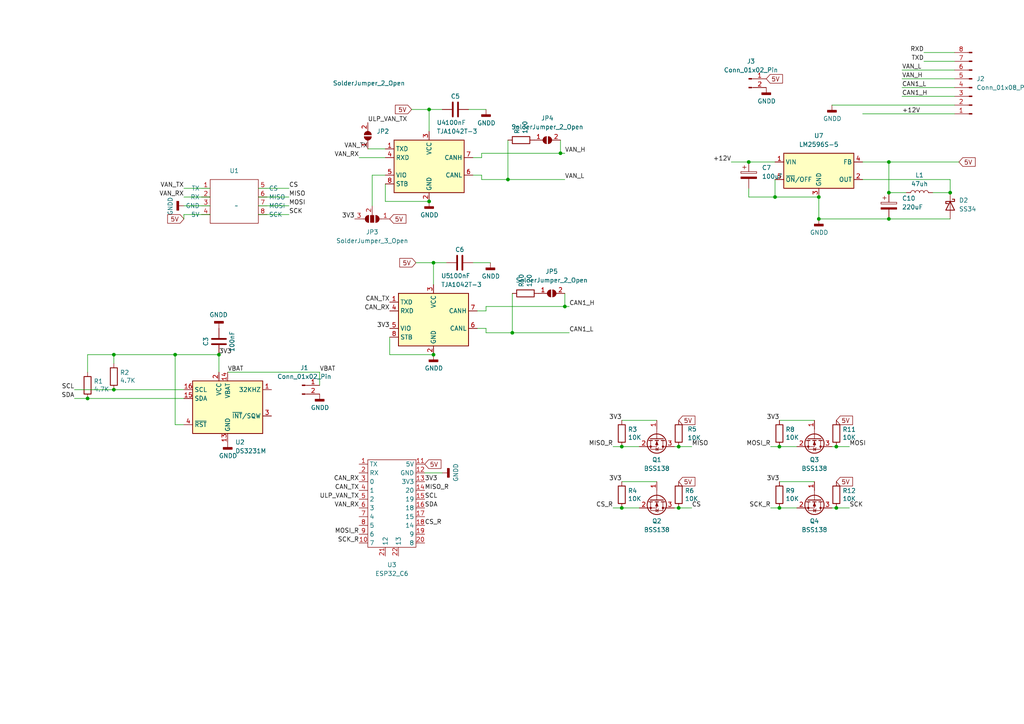
<source format=kicad_sch>
(kicad_sch (version 20230121) (generator eeschema)
  (paper "A4")
  (title_block (title "PSA VAN-CAN Bridge") (rev "1.6") (comment 1 "https://oshwlab.com/robertferanec/esp32-tutorial") (comment 2 "https://www.instructables.com/DIY-ESP32-Development-Board-ESPer/") (comment 3 "https://randomnerdtutorials.com/esp32-pinout-reference-gpios/"))
  (lib_symbols
    (symbol "Connector:Conn_01x02_Pin" (pin_names (offset 1.016) hide)
      (property "Reference" "J" (at 0 2.54 0))
      (property "Value" "Conn_01x02_Pin" (at 0 -5.08 0))
      (symbol "Conn_01x02_Pin_1_1"
        (polyline (pts (xy 1.27 -2.54) (xy 0.8636 -2.54)) (stroke (width 0.1524)))
        (polyline (pts (xy 1.27 0) (xy 0.8636 0)) (stroke (width 0.1524)))
        (rectangle (start 0.8636 -2.413) (end 0 -2.667) (stroke (width 0.1524)) (fill (type outline)))
        (rectangle (start 0.8636 0.127) (end 0 -0.127) (stroke (width 0.1524)) (fill (type outline)))
        (pin passive line (at 5.08 0 180) (length 3.81) (name "Pin_1") (number "1"))
        (pin passive line (at 5.08 -2.54 180) (length 3.81) (name "Pin_2") (number "2"))
      )
    )
    (symbol "Connector:Conn_01x08_Pin" (pin_names (offset 1.016) hide)
      (property "Reference" "J" (at 0 10.16 0))
      (property "Value" "Conn_01x08_Pin" (at 0 -12.7 0))
      (symbol "Conn_01x08_Pin_1_1"
        (polyline (pts (xy 1.27 -10.16) (xy 0.8636 -10.16)) (stroke (width 0.1524)))
        (polyline (pts (xy 1.27 -7.62) (xy 0.8636 -7.62)) (stroke (width 0.1524)))
        (polyline (pts (xy 1.27 -5.08) (xy 0.8636 -5.08)) (stroke (width 0.1524)))
        (polyline (pts (xy 1.27 -2.54) (xy 0.8636 -2.54)) (stroke (width 0.1524)))
        (polyline (pts (xy 1.27 0) (xy 0.8636 0)) (stroke (width 0.1524)))
        (polyline (pts (xy 1.27 2.54) (xy 0.8636 2.54)) (stroke (width 0.1524)))
        (polyline (pts (xy 1.27 5.08) (xy 0.8636 5.08)) (stroke (width 0.1524)))
        (polyline (pts (xy 1.27 7.62) (xy 0.8636 7.62)) (stroke (width 0.1524)))
        (rectangle (start 0.8636 -10.033) (end 0 -10.287) (stroke (width 0.1524)) (fill (type outline)))
        (rectangle (start 0.8636 -7.493) (end 0 -7.747) (stroke (width 0.1524)) (fill (type outline)))
        (rectangle (start 0.8636 -4.953) (end 0 -5.207) (stroke (width 0.1524)) (fill (type outline)))
        (rectangle (start 0.8636 -2.413) (end 0 -2.667) (stroke (width 0.1524)) (fill (type outline)))
        (rectangle (start 0.8636 0.127) (end 0 -0.127) (stroke (width 0.1524)) (fill (type outline)))
        (rectangle (start 0.8636 2.667) (end 0 2.413) (stroke (width 0.1524)) (fill (type outline)))
        (rectangle (start 0.8636 5.207) (end 0 4.953) (stroke (width 0.1524)) (fill (type outline)))
        (rectangle (start 0.8636 7.747) (end 0 7.493) (stroke (width 0.1524)) (fill (type outline)))
        (pin passive line (at 5.08 7.62 180) (length 3.81) (name "Pin_1") (number "1"))
        (pin passive line (at 5.08 5.08 180) (length 3.81) (name "Pin_2") (number "2"))
        (pin passive line (at 5.08 2.54 180) (length 3.81) (name "Pin_3") (number "3"))
        (pin passive line (at 5.08 0 180) (length 3.81) (name "Pin_4") (number "4"))
        (pin passive line (at 5.08 -2.54 180) (length 3.81) (name "Pin_5") (number "5"))
        (pin passive line (at 5.08 -5.08 180) (length 3.81) (name "Pin_6") (number "6"))
        (pin passive line (at 5.08 -7.62 180) (length 3.81) (name "Pin_7") (number "7"))
        (pin passive line (at 5.08 -10.16 180) (length 3.81) (name "Pin_8") (number "8"))
      )
    )
    (symbol "Device:C" (pin_numbers hide) (pin_names (offset 0.254))
      (property "Reference" "C" (at 0.635 2.54 0))
      (property "Value" "C" (at 0.635 -2.54 0))
      (symbol "C_0_1"
        (polyline (pts (xy -2.032 -0.762) (xy 2.032 -0.762)) (stroke (width 0.508)))
        (polyline (pts (xy -2.032 0.762) (xy 2.032 0.762)) (stroke (width 0.508)))
      )
      (symbol "C_1_1"
        (pin passive line (at 0 3.81 270) (length 2.794) (name "~") (number "1"))
        (pin passive line (at 0 -3.81 90) (length 2.794) (name "~") (number "2"))
      )
    )
    (symbol "Device:C_Polarized" (pin_numbers hide) (pin_names (offset 0.254))
      (property "Reference" "C" (at 0.635 2.54 0))
      (property "Value" "C_Polarized" (at 0.635 -2.54 0))
      (symbol "C_Polarized_0_1"
        (rectangle (start -2.286 0.508) (end 2.286 1.016))
        (polyline (pts (xy -1.778 2.286) (xy -0.762 2.286)))
        (polyline (pts (xy -1.27 2.794) (xy -1.27 1.778)))
        (rectangle (start 2.286 -0.508) (end -2.286 -1.016) (fill (type outline)))
      )
      (symbol "C_Polarized_1_1"
        (pin passive line (at 0 3.81 270) (length 2.794) (name "~") (number "1"))
        (pin passive line (at 0 -3.81 90) (length 2.794) (name "~") (number "2"))
      )
    )
    (symbol "Device:L" (pin_numbers hide) (pin_names (offset 1.016) hide)
      (property "Reference" "L" (at -1.27 0 90))
      (property "Value" "L" (at 1.905 0 90))
      (symbol "L_0_1"
        (arc (start 0 -2.54) (mid 0.6323 -1.905) (end 0 -1.27))
        (arc (start 0 -1.27) (mid 0.6323 -0.635) (end 0 0))
        (arc (start 0 0) (mid 0.6323 0.635) (end 0 1.27))
        (arc (start 0 1.27) (mid 0.6323 1.905) (end 0 2.54))
      )
      (symbol "L_1_1"
        (pin passive line (at 0 3.81 270) (length 1.27) (name "1") (number "1"))
        (pin passive line (at 0 -3.81 90) (length 1.27) (name "2") (number "2"))
      )
    )
    (symbol "Device:R" (pin_numbers hide) (pin_names (offset 0))
      (property "Reference" "R" (at 2.032 0 90))
      (property "Value" "R" (at 0 0 90))
      (symbol "R_0_1"
        (rectangle (start -1.016 -2.54) (end 1.016 2.54) (stroke (width 0.254)))
      )
      (symbol "R_1_1"
        (pin passive line (at 0 3.81 270) (length 1.27) (name "~") (number "1"))
        (pin passive line (at 0 -3.81 90) (length 1.27) (name "~") (number "2"))
      )
    )
    (symbol "Diode:B140-E3" (pin_numbers hide) (pin_names hide)
      (property "Reference" "D" (at 0 2.54 0))
      (property "Value" "B140-E3" (at 0 -2.54 0))
      (symbol "B140-E3_0_1"
        (polyline (pts (xy 1.27 0) (xy -1.27 0)))
        (polyline (pts (xy 1.27 1.27) (xy 1.27 -1.27) (xy -1.27 0) (xy 1.27 1.27)) (stroke (width 0.254)))
        (polyline (pts (xy -1.905 0.635) (xy -1.905 1.27) (xy -1.27 1.27) (xy -1.27 -1.27) (xy -0.635 -1.27) (xy -0.635 -0.635)) (stroke (width 0.254)))
      )
      (symbol "B140-E3_1_1"
        (pin passive line (at -3.81 0 0) (length 2.54) (name "K") (number "1"))
        (pin passive line (at 3.81 0 180) (length 2.54) (name "A") (number "2"))
      )
    )
    (symbol "ESP32_c6_supermini_shield:ESP32_C6"
      (property "Reference" "U" (at 0 0 0))
      (property "Value" "ESP32_C6" (at 0 0 0))
      (symbol "ESP32_C6_0_1"
        (rectangle (start -6.35 8.89) (end 7.62 -16.51))
      )
      (symbol "ESP32_C6_1_1"
        (pin input line (at -8.89 7.62 0) (length 2.54) (name "TX") (number "1"))
        (pin input line (at -8.89 -15.24 0) (length 2.54) (name "7") (number "10"))
        (pin input line (at 10.16 7.62 180) (length 2.54) (name "5V") (number "11"))
        (pin input line (at 10.16 5.08 180) (length 2.54) (name "GND") (number "12"))
        (pin input line (at 10.16 2.54 180) (length 2.54) (name "3V3") (number "13"))
        (pin input line (at 10.16 0 180) (length 2.54) (name "20") (number "14"))
        (pin input line (at 10.16 -2.54 180) (length 2.54) (name "19") (number "15"))
        (pin input line (at 10.16 -5.08 180) (length 2.54) (name "18") (number "16"))
        (pin input line (at 10.16 -7.62 180) (length 2.54) (name "15") (number "17"))
        (pin input line (at 10.16 -10.16 180) (length 2.54) (name "14") (number "18"))
        (pin input line (at 10.16 -12.7 180) (length 2.54) (name "9") (number "19"))
        (pin input line (at -8.89 5.08 0) (length 2.54) (name "RX") (number "2"))
        (pin input line (at 10.16 -15.24 180) (length 2.54) (name "8") (number "20"))
        (pin input line (at -1.27 -19.05 90) (length 2.54) (name "12") (number "21"))
        (pin input line (at 2.54 -19.05 90) (length 2.54) (name "13") (number "22"))
        (pin input line (at -8.89 2.54 0) (length 2.54) (name "0") (number "3"))
        (pin input line (at -8.89 0 0) (length 2.54) (name "1") (number "4"))
        (pin input line (at -8.89 -2.54 0) (length 2.54) (name "2") (number "5"))
        (pin input line (at -8.89 -5.08 0) (length 2.54) (name "3") (number "6"))
        (pin input line (at -8.89 -7.62 0) (length 2.54) (name "4") (number "7"))
        (pin input line (at -8.89 -10.16 0) (length 2.54) (name "5") (number "8"))
        (pin input line (at -8.89 -12.7 0) (length 2.54) (name "6") (number "9"))
      )
    )
    (symbol "Interface_CAN_LIN:TJA1042T-3"
      (property "Reference" "U" (at -10.16 8.89 0))
      (property "Value" "TJA1042T-3" (at 1.27 8.89 0))
      (symbol "TJA1042T-3_0_1"
        (rectangle (start -10.16 7.62) (end 10.16 -7.62) (stroke (width 0.254)) (fill (type background)))
      )
      (symbol "TJA1042T-3_1_1"
        (pin input line (at -12.7 5.08 0) (length 2.54) (name "TXD") (number "1"))
        (pin power_in line (at 0 -10.16 90) (length 2.54) (name "GND") (number "2"))
        (pin power_in line (at 0 10.16 270) (length 2.54) (name "VCC") (number "3"))
        (pin output line (at -12.7 2.54 0) (length 2.54) (name "RXD") (number "4"))
        (pin power_in line (at -12.7 -2.54 0) (length 2.54) (name "VIO") (number "5"))
        (pin bidirectional line (at 12.7 -2.54 180) (length 2.54) (name "CANL") (number "6"))
        (pin bidirectional line (at 12.7 2.54 180) (length 2.54) (name "CANH") (number "7"))
        (pin input line (at -12.7 -5.08 0) (length 2.54) (name "STB") (number "8"))
      )
    )
    (symbol "Jumper:SolderJumper_2_Open" (pin_names (offset 0) hide)
      (property "Reference" "JP" (at 0 2.032 0))
      (property "Value" "SolderJumper_2_Open" (at 0 -2.54 0))
      (symbol "SolderJumper_2_Open_0_1"
        (arc (start -0.254 1.016) (mid -1.2656 0) (end -0.254 -1.016))
        (arc (start -0.254 1.016) (mid -1.2656 0) (end -0.254 -1.016) (fill (type outline)))
        (polyline (pts (xy -0.254 1.016) (xy -0.254 -1.016)))
        (polyline (pts (xy 0.254 1.016) (xy 0.254 -1.016)))
        (arc (start 0.254 -1.016) (mid 1.2656 0) (end 0.254 1.016))
        (arc (start 0.254 -1.016) (mid 1.2656 0) (end 0.254 1.016) (fill (type outline)))
      )
      (symbol "SolderJumper_2_Open_1_1"
        (pin passive line (at -3.81 0 0) (length 2.54) (name "A") (number "1"))
        (pin passive line (at 3.81 0 180) (length 2.54) (name "B") (number "2"))
      )
    )
    (symbol "Jumper:SolderJumper_3_Open" (pin_names (offset 0) hide)
      (property "Reference" "JP" (at -2.54 -2.54 0))
      (property "Value" "SolderJumper_3_Open" (at 0 2.794 0))
      (symbol "SolderJumper_3_Open_0_1"
        (arc (start -1.016 1.016) (mid -2.0276 0) (end -1.016 -1.016))
        (arc (start -1.016 1.016) (mid -2.0276 0) (end -1.016 -1.016) (fill (type outline)))
        (rectangle (start -0.508 1.016) (end 0.508 -1.016) (fill (type outline)))
        (polyline (pts (xy -2.54 0) (xy -2.032 0)))
        (polyline (pts (xy -1.016 1.016) (xy -1.016 -1.016)))
        (polyline (pts (xy 0 -1.27) (xy 0 -1.016)))
        (polyline (pts (xy 1.016 1.016) (xy 1.016 -1.016)))
        (polyline (pts (xy 2.54 0) (xy 2.032 0)))
        (arc (start 1.016 -1.016) (mid 2.0276 0) (end 1.016 1.016))
        (arc (start 1.016 -1.016) (mid 2.0276 0) (end 1.016 1.016) (fill (type outline)))
      )
      (symbol "SolderJumper_3_Open_1_1"
        (pin passive line (at -5.08 0 0) (length 2.54) (name "A") (number "1"))
        (pin passive line (at 0 -3.81 90) (length 2.54) (name "C") (number "2"))
        (pin passive line (at 5.08 0 180) (length 2.54) (name "B") (number "3"))
      )
    )
    (symbol "PSAVanCanBridgeHW_v16-rescue:SPI_shield"
      (property "Reference" "U" (at 0 0 0))
      (symbol "SPI_shield_0_1"
        (rectangle (start -7.62 7.62) (end 6.35 -5.08))
      )
      (symbol "SPI_shield_1_1"
        (pin input line (at -7.62 5.08 180) (length 2.54) (name "TX") (number "1"))
        (pin input line (at -7.62 2.54 180) (length 2.54) (name "RX") (number "2"))
        (pin input line (at -7.62 0 180) (length 2.54) (name "GND") (number "3"))
        (pin input line (at -7.62 -2.54 180) (length 2.54) (name "5V") (number "4"))
        (pin input line (at 6.35 5.08 0) (length 2.54) (name "CS") (number "5"))
        (pin input line (at 6.35 2.54 0) (length 2.54) (name "MISO") (number "6"))
        (pin input line (at 6.35 0 0) (length 2.54) (name "MOSI") (number "7"))
        (pin input line (at 6.35 -2.54 0) (length 2.54) (name "SCK") (number "8"))
      )
    )
    (symbol "Regulator_Switching:LM2596S-5"
      (property "Reference" "U" (at -10.16 6.35 0))
      (property "Value" "LM2596S-5" (at 0 6.35 0))
      (symbol "LM2596S-5_0_1"
        (rectangle (start -10.16 5.08) (end 10.16 -5.08) (stroke (width 0.254)) (fill (type background)))
      )
      (symbol "LM2596S-5_1_1"
        (pin power_in line (at -12.7 2.54 0) (length 2.54) (name "VIN") (number "1"))
        (pin output line (at 12.7 -2.54 180) (length 2.54) (name "OUT") (number "2"))
        (pin power_in line (at 0 -7.62 90) (length 2.54) (name "GND") (number "3"))
        (pin input line (at 12.7 2.54 180) (length 2.54) (name "FB") (number "4"))
        (pin input line (at -12.7 -2.54 0) (length 2.54) (name "~{ON}/OFF") (number "5"))
      )
    )
    (symbol "Timer_RTC:DS3231M"
      (property "Reference" "U" (at -7.62 8.89 0))
      (property "Value" "DS3231M" (at 10.16 8.89 0))
      (symbol "DS3231M_0_1"
        (rectangle (start -10.16 7.62) (end 10.16 -7.62) (stroke (width 0.254)) (fill (type background)))
      )
      (symbol "DS3231M_1_1"
        (pin open_collector line (at 12.7 5.08 180) (length 2.54) (name "32KHZ") (number "1"))
        (pin passive line (at 0 -10.16 90) (length 2.54) hide (name "GND") (number "10"))
        (pin passive line (at 0 -10.16 90) (length 2.54) hide (name "GND") (number "11"))
        (pin passive line (at 0 -10.16 90) (length 2.54) hide (name "GND") (number "12"))
        (pin power_in line (at 0 -10.16 90) (length 2.54) (name "GND") (number "13"))
        (pin power_in line (at 0 10.16 270) (length 2.54) (name "VBAT") (number "14"))
        (pin bidirectional line (at -12.7 2.54 0) (length 2.54) (name "SDA") (number "15"))
        (pin input line (at -12.7 5.08 0) (length 2.54) (name "SCL") (number "16"))
        (pin power_in line (at -2.54 10.16 270) (length 2.54) (name "VCC") (number "2"))
        (pin open_collector line (at 12.7 -2.54 180) (length 2.54) (name "~{INT}/SQW") (number "3"))
        (pin bidirectional line (at -12.7 -5.08 0) (length 2.54) (name "~{RST}") (number "4"))
        (pin passive line (at 0 -10.16 90) (length 2.54) hide (name "GND") (number "5"))
        (pin passive line (at 0 -10.16 90) (length 2.54) hide (name "GND") (number "6"))
        (pin passive line (at 0 -10.16 90) (length 2.54) hide (name "GND") (number "7"))
        (pin passive line (at 0 -10.16 90) (length 2.54) hide (name "GND") (number "8"))
        (pin passive line (at 0 -10.16 90) (length 2.54) hide (name "GND") (number "9"))
      )
    )
    (symbol "Transistor_FET:BSS138" (pin_names hide)
      (property "Reference" "Q" (at 5.08 1.905 0))
      (property "Value" "BSS138" (at 5.08 0 0))
      (symbol "BSS138_0_1"
        (polyline (pts (xy 0.254 0) (xy -2.54 0)))
        (polyline (pts (xy 0.254 1.905) (xy 0.254 -1.905)) (stroke (width 0.254)))
        (polyline (pts (xy 0.762 -1.27) (xy 0.762 -2.286)) (stroke (width 0.254)))
        (polyline (pts (xy 0.762 0.508) (xy 0.762 -0.508)) (stroke (width 0.254)))
        (polyline (pts (xy 0.762 2.286) (xy 0.762 1.27)) (stroke (width 0.254)))
        (polyline (pts (xy 2.54 2.54) (xy 2.54 1.778)))
        (polyline (pts (xy 2.54 -2.54) (xy 2.54 0) (xy 0.762 0)))
        (polyline (pts (xy 0.762 -1.778) (xy 3.302 -1.778) (xy 3.302 1.778) (xy 0.762 1.778)))
        (polyline (pts (xy 1.016 0) (xy 2.032 0.381) (xy 2.032 -0.381) (xy 1.016 0)) (fill (type outline)))
        (polyline (pts (xy 2.794 0.508) (xy 2.921 0.381) (xy 3.683 0.381) (xy 3.81 0.254)))
        (polyline (pts (xy 3.302 0.381) (xy 2.921 -0.254) (xy 3.683 -0.254) (xy 3.302 0.381)))
        (circle (center 1.651 0) (radius 2.794) (stroke (width 0.254)))
        (circle (center 2.54 -1.778) (radius 0.254) (fill (type outline)))
        (circle (center 2.54 1.778) (radius 0.254) (fill (type outline)))
      )
      (symbol "BSS138_1_1"
        (pin input line (at -5.08 0 0) (length 2.54) (name "G") (number "1"))
        (pin passive line (at 2.54 -5.08 90) (length 2.54) (name "S") (number "2"))
        (pin passive line (at 2.54 5.08 270) (length 2.54) (name "D") (number "3"))
      )
    )
    (symbol "power:GNDD" (power) (pin_names (offset 0))
      (property "Value" "GNDD" (at 0 -3.175 0))
      (symbol "GNDD_0_1"
        (rectangle (start -1.27 -1.524) (end 1.27 -2.032) (stroke (width 0.254)) (fill (type outline)))
        (polyline (pts (xy 0 0) (xy 0 -1.524)))
      )
      (symbol "GNDD_1_1"
        (pin power_in line (at 0 0 270) (length 0) hide (name "GNDD") (number "1"))
      )
    )
  )
  (junction (at 237.49 63.5))
  (junction (at 226.06 147.32))
  (junction (at 124.46 31.75))
  (junction (at 242.57 147.32))
  (junction (at 257.81 63.5))
  (junction (at 162.56 44.45))
  (junction (at 242.57 129.54))
  (junction (at 125.73 76.2))
  (junction (at 196.85 147.32))
  (junction (at 217.17 46.99))
  (junction (at 148.59 96.52))
  (junction (at 125.73 102.87))
  (junction (at 124.46 58.42))
  (junction (at 50.8 102.87))
  (junction (at 147.32 52.07))
  (junction (at 196.85 129.54))
  (junction (at 257.81 46.99))
  (junction (at 275.59 55.88))
  (junction (at 180.34 147.32))
  (junction (at 226.06 129.54))
  (junction (at 63.5 102.87))
  (junction (at 33.02 102.87))
  (junction (at 224.79 57.15))
  (junction (at 237.49 57.15))
  (junction (at 180.34 129.54))
  (junction (at 33.02 113.03))
  (junction (at 163.83 88.9))
  (junction (at 25.4 115.57))
  (junction (at 257.81 55.88))
  (wire (pts (xy 25.4 102.87) (xy 33.02 102.87)))
  (wire (pts (xy 120.65 76.2) (xy 125.73 76.2)))
  (wire (pts (xy 212.09 46.99) (xy 217.17 46.99)))
  (wire (pts (xy 60.96 62.23) (xy 53.34 62.23)))
  (wire (pts (xy 148.59 85.09) (xy 148.59 96.52)))
  (wire (pts (xy 25.4 107.95) (xy 25.4 102.87)))
  (wire (pts (xy 74.93 59.69) (xy 83.82 59.69)))
  (wire (pts (xy 224.79 52.07) (xy 224.79 57.15)))
  (wire (pts (xy 53.34 123.19) (xy 50.8 123.19)))
  (wire (pts (xy 196.85 129.54) (xy 200.66 129.54)))
  (wire (pts (xy 163.83 85.09) (xy 163.83 88.9)))
  (wire (pts (xy 196.85 147.32) (xy 200.66 147.32)))
  (wire (pts (xy 250.19 52.07) (xy 275.59 52.07)))
  (wire (pts (xy 195.58 129.54) (xy 196.85 129.54)))
  (wire (pts (xy 242.57 129.54) (xy 246.38 129.54)))
  (wire (pts (xy 139.7 50.8) (xy 139.7 52.07)))
  (wire (pts (xy 148.59 96.52) (xy 165.1 96.52)))
  (wire (pts (xy 223.52 147.32) (xy 226.06 147.32)))
  (wire (pts (xy 74.93 54.61) (xy 83.82 54.61)))
  (wire (pts (xy 92.71 111.76) (xy 92.71 107.95)))
  (wire (pts (xy 33.02 102.87) (xy 33.02 105.41)))
  (wire (pts (xy 226.06 121.92) (xy 236.22 121.92)))
  (wire (pts (xy 147.32 52.07) (xy 163.83 52.07)))
  (wire (pts (xy 21.59 115.57) (xy 25.4 115.57)))
  (wire (pts (xy 125.73 102.87) (xy 113.03 102.87)))
  (wire (pts (xy 50.8 123.19) (xy 50.8 102.87)))
  (wire (pts (xy 224.79 57.15) (xy 217.17 57.15)))
  (wire (pts (xy 226.06 139.7) (xy 236.22 139.7)))
  (wire (pts (xy 270.51 55.88) (xy 275.59 55.88)))
  (wire (pts (xy 261.62 27.94) (xy 276.86 27.94)))
  (wire (pts (xy 162.56 44.45) (xy 163.83 44.45)))
  (wire (pts (xy 124.46 31.75) (xy 124.46 38.1)))
  (wire (pts (xy 138.43 90.17) (xy 140.97 90.17)))
  (wire (pts (xy 106.68 43.18) (xy 111.76 43.18)))
  (wire (pts (xy 177.8 129.54) (xy 180.34 129.54)))
  (wire (pts (xy 163.83 88.9) (xy 165.1 88.9)))
  (wire (pts (xy 217.17 46.99) (xy 224.79 46.99)))
  (wire (pts (xy 137.16 76.2) (xy 142.24 76.2)))
  (wire (pts (xy 261.62 22.86) (xy 276.86 22.86)))
  (wire (pts (xy 267.97 17.78) (xy 276.86 17.78)))
  (wire (pts (xy 139.7 52.07) (xy 147.32 52.07)))
  (wire (pts (xy 139.7 44.45) (xy 162.56 44.45)))
  (wire (pts (xy 119.38 31.75) (xy 124.46 31.75)))
  (wire (pts (xy 241.3 129.54) (xy 242.57 129.54)))
  (wire (pts (xy 125.73 76.2) (xy 129.54 76.2)))
  (wire (pts (xy 267.97 15.24) (xy 276.86 15.24)))
  (wire (pts (xy 139.7 45.72) (xy 139.7 44.45)))
  (wire (pts (xy 257.81 55.88) (xy 262.89 55.88)))
  (wire (pts (xy 53.34 59.69) (xy 60.96 59.69)))
  (wire (pts (xy 250.19 46.99) (xy 257.81 46.99)))
  (wire (pts (xy 74.93 62.23) (xy 83.82 62.23)))
  (wire (pts (xy 177.8 147.32) (xy 180.34 147.32)))
  (wire (pts (xy 180.34 121.92) (xy 190.5 121.92)))
  (wire (pts (xy 162.56 40.64) (xy 162.56 44.45)))
  (wire (pts (xy 113.03 102.87) (xy 113.03 97.79)))
  (wire (pts (xy 124.46 58.42) (xy 111.76 58.42)))
  (wire (pts (xy 140.97 88.9) (xy 163.83 88.9)))
  (wire (pts (xy 180.34 139.7) (xy 190.5 139.7)))
  (wire (pts (xy 257.81 63.5) (xy 275.59 63.5)))
  (wire (pts (xy 137.16 45.72) (xy 139.7 45.72)))
  (wire (pts (xy 237.49 57.15) (xy 224.79 57.15)))
  (wire (pts (xy 217.17 57.15) (xy 217.17 54.61)))
  (wire (pts (xy 125.73 76.2) (xy 125.73 82.55)))
  (wire (pts (xy 140.97 90.17) (xy 140.97 88.9)))
  (wire (pts (xy 257.81 46.99) (xy 278.13 46.99)))
  (wire (pts (xy 21.59 113.03) (xy 33.02 113.03)))
  (wire (pts (xy 104.14 45.72) (xy 111.76 45.72)))
  (wire (pts (xy 223.52 129.54) (xy 226.06 129.54)))
  (wire (pts (xy 53.34 54.61) (xy 60.96 54.61)))
  (wire (pts (xy 261.62 25.4) (xy 276.86 25.4)))
  (wire (pts (xy 257.81 55.88) (xy 257.81 46.99)))
  (wire (pts (xy 147.32 40.64) (xy 147.32 52.07)))
  (wire (pts (xy 25.4 115.57) (xy 53.34 115.57)))
  (wire (pts (xy 63.5 102.87) (xy 63.5 107.95)))
  (wire (pts (xy 138.43 95.25) (xy 140.97 95.25)))
  (wire (pts (xy 242.57 147.32) (xy 246.38 147.32)))
  (wire (pts (xy 195.58 147.32) (xy 196.85 147.32)))
  (wire (pts (xy 33.02 113.03) (xy 53.34 113.03)))
  (wire (pts (xy 140.97 95.25) (xy 140.97 96.52)))
  (wire (pts (xy 237.49 63.5) (xy 257.81 63.5)))
  (wire (pts (xy 250.19 33.02) (xy 276.86 33.02)))
  (wire (pts (xy 50.8 102.87) (xy 63.5 102.87)))
  (wire (pts (xy 241.3 30.48) (xy 276.86 30.48)))
  (wire (pts (xy 53.34 62.23) (xy 53.34 63.5)))
  (wire (pts (xy 124.46 31.75) (xy 128.27 31.75)))
  (wire (pts (xy 111.76 58.42) (xy 111.76 53.34)))
  (wire (pts (xy 237.49 57.15) (xy 237.49 63.5)))
  (wire (pts (xy 275.59 52.07) (xy 275.59 55.88)))
  (wire (pts (xy 241.3 147.32) (xy 242.57 147.32)))
  (wire (pts (xy 140.97 96.52) (xy 148.59 96.52)))
  (wire (pts (xy 92.71 107.95) (xy 66.04 107.95)))
  (wire (pts (xy 107.95 50.8) (xy 111.76 50.8)))
  (wire (pts (xy 135.89 31.75) (xy 140.97 31.75)))
  (wire (pts (xy 261.62 20.32) (xy 276.86 20.32)))
  (wire (pts (xy 33.02 102.87) (xy 50.8 102.87)))
  (wire (pts (xy 231.14 129.54) (xy 226.06 129.54)))
  (wire (pts (xy 185.42 129.54) (xy 180.34 129.54)))
  (wire (pts (xy 137.16 50.8) (xy 139.7 50.8)))
  (wire (pts (xy 231.14 147.32) (xy 226.06 147.32)))
  (wire (pts (xy 123.19 137.16) (xy 128.27 137.16)))
  (wire (pts (xy 53.34 57.15) (xy 60.96 57.15)))
  (wire (pts (xy 185.42 147.32) (xy 180.34 147.32)))
  (wire (pts (xy 74.93 57.15) (xy 83.82 57.15)))
  (wire (pts (xy 107.95 59.69) (xy 107.95 50.8)))
  (label "MISO" (at 83.82 57.15 0))
  (label "MOSI" (at 83.82 59.69 0))
  (label "VAN_L" (at 163.83 52.07 0))
  (label "SCL" (at 21.59 113.03 180))
  (label "MISO_R" (at 177.8 129.54 180))
  (label "SDA" (at 21.59 115.57 180))
  (label "SCK_R" (at 104.14 157.48 180))
  (label "VAN_TX" (at 53.34 54.61 180))
  (label "VAN_H" (at 163.83 44.45 0))
  (label "VAN_H" (at 261.62 22.86 0))
  (label "VAN_L" (at 261.62 20.32 0))
  (label "3V3" (at 63.5 102.87 0))
  (label "MOSI_R" (at 223.52 129.54 180))
  (label "CAN1_L" (at 165.1 96.52 0))
  (label "+12V" (at 212.09 46.99 180))
  (label "MOSI" (at 246.38 129.54 0))
  (label "3V3" (at 102.87 63.5 180))
  (label "SDA" (at 123.19 147.32 0))
  (label "CAN1_L" (at 261.62 25.4 0))
  (label "VAN_TX" (at 106.68 43.18 180))
  (label "MISO_R" (at 123.19 142.24 0))
  (label "CAN_RX" (at 104.14 139.7 180))
  (label "VBAT" (at 66.04 107.95 0))
  (label "CS" (at 200.66 147.32 0))
  (label "MOSI_R" (at 104.14 154.94 180))
  (label "VAN_RX" (at 53.34 57.15 180))
  (label "CAN1_H" (at 261.62 27.94 0))
  (label "3V3" (at 226.06 121.92 180))
  (label "SCL" (at 123.19 144.78 0))
  (label "SCK_R" (at 223.52 147.32 180))
  (label "3V3" (at 113.03 95.25 180))
  (label "RXD" (at 267.97 15.24 180))
  (label "CS_R" (at 123.19 152.4 0))
  (label "ULP_VAN_TX" (at 104.14 144.78 180))
  (label "CS_R" (at 177.8 147.32 180))
  (label "VAN_RX" (at 104.14 147.32 180))
  (label "CS" (at 83.82 54.61 0))
  (label "MISO" (at 200.66 129.54 0))
  (label "CAN_TX" (at 104.14 142.24 180))
  (label "+12V" (at 261.62 33.02 0))
  (label "SCK" (at 246.38 147.32 0))
  (label "ULP_VAN_TX" (at 106.68 35.56 0))
  (label "CAN_TX" (at 113.03 87.63 180))
  (label "3V3" (at 180.34 121.92 180))
  (label "VBAT" (at 92.71 107.95 0))
  (label "VAN_RX" (at 104.14 45.72 180))
  (label "3V3" (at 123.19 139.7 0))
  (label "CAN1_H" (at 165.1 88.9 0))
  (label "CAN_RX" (at 113.03 90.17 180))
  (label "SCK" (at 83.82 62.23 0))
  (label "3V3" (at 226.06 139.7 180))
  (label "TXD" (at 267.97 17.78 180))
  (label "3V3" (at 180.34 139.7 180))
  (global_label "5V" (shape input) (at 196.85 139.7 0) (property "Intersheetrefs" "${INTERSHEET_REFS}" (effects hide)))
  (global_label "5V" (shape input) (at 196.85 121.92 0) (property "Intersheetrefs" "${INTERSHEET_REFS}" (effects hide)))
  (global_label "5V" (shape input) (at 53.34 63.5 180) (property "Intersheetrefs" "${INTERSHEET_REFS}" (effects hide)))
  (global_label "5V" (shape input) (at 120.65 76.2 180) (property "Intersheetrefs" "${INTERSHEET_REFS}" (effects hide)))
  (global_label "5V" (shape input) (at 242.57 121.92 0) (property "Intersheetrefs" "${INTERSHEET_REFS}" (effects hide)))
  (global_label "5V" (shape input) (at 242.57 139.7 0) (property "Intersheetrefs" "${INTERSHEET_REFS}" (effects hide)))
  (global_label "5V" (shape input) (at 123.19 134.62 0) (property "Intersheetrefs" "${INTERSHEET_REFS}" (effects hide)))
  (global_label "5V" (shape input) (at 278.13 46.99 0) (property "Intersheetrefs" "${INTERSHEET_REFS}" (effects hide)))
  (global_label "5V" (shape input) (at 113.03 63.5 0) (property "Intersheetrefs" "${INTERSHEET_REFS}" (effects hide)))
  (global_label "5V" (shape input) (at 119.38 31.75 180) (property "Intersheetrefs" "${INTERSHEET_REFS}" (effects hide)))
  (global_label "5V" (shape input) (at 222.25 22.86 0) (property "Intersheetrefs" "${INTERSHEET_REFS}" (effects hide)))
  (symbol (lib_id "power:GNDD") (at 241.3 30.48 0) (unit 1)
    (property "Reference" "#PWR016" (effects hide))
    (property "Value" "GNDD" (at 241.4016 34.417 0))
  )
  (symbol (lib_id "power:GNDD") (at 125.73 102.87 0) (unit 1)
    (property "Reference" "#PWR09" (effects hide))
    (property "Value" "GNDD" (at 125.8316 106.807 0))
  )
  (symbol (lib_id "Regulator_Switching:LM2596S-5") (at 237.49 49.53 0) (unit 1)
    (property "Reference" "U7" (at 237.49 39.37 0))
    (property "Value" "LM2596S-5" (at 237.49 41.91 0))
    (property "Footprint" "Package_TO_SOT_SMD:TO-263-5_TabPin3" (effects hide))
    (property "Datasheet" "http://www.ti.com/lit/ds/symlink/lm2596.pdf" (effects hide))
    (property "LCSC" "C347421" (effects hide))
    (property "JLCPCB Rotation Offset" "180" (effects hide))
  )
  (symbol (lib_id "Timer_RTC:DS3231M") (at 66.04 118.11 0) (unit 1)
    (property "Reference" "U2" (at 68.2341 128.27 0) (effects (justify left)))
    (property "Value" "DS3231M" (at 68.2341 130.81 0) (effects (justify left)))
    (property "Footprint" "Package_SO:SOIC-16W_7.5x10.3mm_P1.27mm" (effects hide))
    (property "Datasheet" "http://datasheets.maximintegrated.com/en/ds/DS3231.pdf" (effects hide))
    (property "JLCPCB Rotation Offset" "-90" (effects hide))
    (property "LCSC" "C107410" (effects hide))
  )
  (symbol (lib_id "Connector:Conn_01x02_Pin") (at 217.17 22.86 0) (unit 1)
    (property "Reference" "J3" (at 217.805 17.78 0))
    (property "Value" "Conn_01x02_Pin" (at 217.805 20.32 0))
    (property "Footprint" "Connector_PinHeader_2.54mm:PinHeader_1x02_P2.54mm_Vertical" (effects hide))
  )
  (symbol (lib_id "power:GNDD") (at 53.34 59.69 270) (unit 1)
    (property "Reference" "#PWR01" (effects hide))
    (property "Value" "GNDD" (at 49.403 59.7916 0))
  )
  (symbol (lib_id "power:GNDD") (at 222.25 25.4 0) (unit 1)
    (property "Reference" "#PWR02" (effects hide))
    (property "Value" "GNDD" (at 222.3516 29.337 0))
  )
  (symbol (lib_id "Transistor_FET:BSS138") (at 236.22 127 270) (unit 1)
    (property "Reference" "Q3" (at 236.22 133.35 90))
    (property "Value" "BSS138" (at 236.22 135.89 90))
    (property "Footprint" "Package_TO_SOT_SMD:SOT-23" (effects hide))
    (property "Datasheet" "https://www.onsemi.com/pub/Collateral/BSS138-D.PDF" (effects hide))
    (property "LCSC" "C7420339" (effects hide))
    (property "JLCPCB Rotation Offset" "180" (effects hide))
  )
  (symbol (lib_id "Jumper:SolderJumper_2_Open") (at 106.68 39.37 90) (unit 1)
    (property "Reference" "JP2" (at 109.22 38.1 90) (effects (justify right)))
    (property "Value" "SolderJumper_2_Open" (at 96.52 24.13 90) (effects (justify right)))
    (property "Footprint" "Jumper:SolderJumper-2_P1.3mm_Open_Pad1.0x1.5mm" (effects hide))
    (property "Comment" "For TJA1042 compatibility" (effects hide))
  )
  (symbol (lib_id "power:GNDD") (at 142.24 76.2 0) (unit 1)
    (property "Reference" "#PWR011" (effects hide))
    (property "Value" "GNDD" (at 142.3416 80.137 0))
  )
  (symbol (lib_id "power:GNDD") (at 63.5 95.25 180) (unit 1)
    (property "Reference" "#PWR04" (effects hide))
    (property "Value" "GNDD" (at 63.3984 91.313 0))
  )
  (symbol (lib_id "Device:R") (at 242.57 125.73 0) (unit 1)
    (property "Reference" "R11" (at 244.348 124.5616 0) (effects (justify left)))
    (property "Value" "10K" (at 244.348 126.873 0) (effects (justify left)))
    (property "Footprint" "Resistor_SMD:R_0603_1608Metric_Pad0.98x0.95mm_HandSolder" (effects hide))
    (property "LCSC" "C25804" (effects hide))
  )
  (symbol (lib_id "power:GNDD") (at 128.27 137.16 90) (unit 1)
    (property "Reference" "#PWR03" (effects hide))
    (property "Value" "GNDD" (at 132.207 137.0584 0))
  )
  (symbol (lib_id "Device:C") (at 63.5 99.06 0) (unit 1)
    (property "Reference" "C3" (at 59.69 99.06 90))
    (property "Value" "100nF" (at 67.31 99.06 90))
    (property "Footprint" "Capacitor_SMD:C_0603_1608Metric_Pad1.08x0.95mm_HandSolder" (effects hide))
    (property "LCSC" "C14663" (effects hide))
  )
  (symbol (lib_id "Device:C") (at 132.08 31.75 270) (unit 1)
    (property "Reference" "C5" (at 132.08 27.94 90))
    (property "Value" "100nF" (at 132.08 35.56 90))
    (property "Footprint" "Capacitor_SMD:C_0603_1608Metric_Pad1.08x0.95mm_HandSolder" (effects hide))
    (property "LCSC" "C14663" (effects hide))
  )
  (symbol (lib_id "PSAVanCanBridgeHW_v16-rescue:SPI_shield") (at 68.58 59.69 0) (unit 1)
    (property "Reference" "U1" (at 67.945 49.53 0))
    (property "Value" "~" (at 68.58 59.69 0))
    (property "Footprint" "PSAVanCanBridgeHW_v16:SPI_Shield" (effects hide))
  )
  (symbol (lib_id "power:GNDD") (at 140.97 31.75 0) (unit 1)
    (property "Reference" "#PWR010" (effects hide))
    (property "Value" "GNDD" (at 141.0716 35.687 0))
  )
  (symbol (lib_id "Device:C_Polarized") (at 257.81 59.69 0) (unit 1)
    (property "Reference" "C10" (at 261.62 57.531 0) (effects (justify left)))
    (property "Value" "220uF" (at 261.62 60.071 0) (effects (justify left)))
    (property "Footprint" "Capacitor_THT:CP_Radial_D6.3mm_P2.50mm" (effects hide))
  )
  (symbol (lib_id "Jumper:SolderJumper_3_Open") (at 107.95 63.5 180) (unit 1)
    (property "Reference" "JP3" (at 107.95 67.31 0))
    (property "Value" "SolderJumper_3_Open" (at 107.95 69.85 0))
    (property "Footprint" "Jumper:SolderJumper-3_P1.3mm_Open_Pad1.0x1.5mm_NumberLabels" (effects hide))
    (property "Note" "1-2: 5V 2-3: 3V3" (effects hide))
  )
  (symbol (lib_id "Device:R") (at 196.85 125.73 0) (unit 1)
    (property "Reference" "R5" (at 199.39 124.46 0) (effects (justify left)))
    (property "Value" "10K" (at 199.39 127 0) (effects (justify left)))
    (property "Footprint" "Resistor_SMD:R_0603_1608Metric_Pad0.98x0.95mm_HandSolder" (effects hide))
    (property "LCSC" "C25804" (effects hide))
  )
  (symbol (lib_id "power:GNDD") (at 237.49 63.5 0) (unit 1)
    (property "Reference" "#PWR014" (effects hide))
    (property "Value" "GNDD" (at 237.5916 67.437 0))
  )
  (symbol (lib_id "Jumper:SolderJumper_2_Open") (at 160.02 85.09 0) (unit 1)
    (property "Reference" "JP5" (at 160.02 78.74 0))
    (property "Value" "SolderJumper_2_Open" (at 160.02 81.28 0))
    (property "Footprint" "Jumper:SolderJumper-2_P1.3mm_Open_Pad1.0x1.5mm" (effects hide))
    (property "Comment" "For TJA1042 compatibility" (effects hide))
  )
  (symbol (lib_id "Connector:Conn_01x02_Pin") (at 87.63 111.76 0) (unit 1)
    (property "Reference" "J1" (at 88.265 106.68 0))
    (property "Value" "Conn_01x02_Pin" (at 88.265 109.22 0))
    (property "Footprint" "DS3231_BatteryHolder:DS3231_BatteryHolder" (effects hide))
  )
  (symbol (lib_id "Device:R") (at 180.34 125.73 0) (unit 1)
    (property "Reference" "R3" (at 182.118 124.5616 0) (effects (justify left)))
    (property "Value" "10K" (at 182.118 126.873 0) (effects (justify left)))
    (property "Footprint" "Resistor_SMD:R_0603_1608Metric_Pad0.98x0.95mm_HandSolder" (effects hide))
    (property "LCSC" "C25804" (effects hide))
  )
  (symbol (lib_id "Device:C") (at 133.35 76.2 270) (unit 1)
    (property "Reference" "C6" (at 133.35 72.39 90))
    (property "Value" "100nF" (at 133.35 80.01 90))
    (property "Footprint" "Capacitor_SMD:C_0603_1608Metric_Pad1.08x0.95mm_HandSolder" (effects hide))
    (property "LCSC" "C14663" (effects hide))
  )
  (symbol (lib_id "Transistor_FET:BSS138") (at 190.5 144.78 270) (unit 1)
    (property "Reference" "Q2" (at 190.5 151.13 90))
    (property "Value" "BSS138" (at 190.5 153.67 90))
    (property "Footprint" "Package_TO_SOT_SMD:SOT-23" (effects hide))
    (property "Datasheet" "https://www.onsemi.com/pub/Collateral/BSS138-D.PDF" (effects hide))
    (property "LCSC" "C7420339" (effects hide))
    (property "JLCPCB Rotation Offset" "180" (effects hide))
  )
  (symbol (lib_id "power:GNDD") (at 92.71 114.3 0) (unit 1)
    (property "Reference" "#PWR07" (effects hide))
    (property "Value" "GNDD" (at 92.8116 118.237 0))
  )
  (symbol (lib_id "Jumper:SolderJumper_2_Open") (at 158.75 40.64 0) (unit 1)
    (property "Reference" "JP4" (at 158.75 34.29 0))
    (property "Value" "SolderJumper_2_Open" (at 158.75 36.83 0))
    (property "Footprint" "Jumper:SolderJumper-2_P1.3mm_Open_Pad1.0x1.5mm" (effects hide))
    (property "Comment" "For TJA1042 compatibility" (effects hide))
  )
  (symbol (lib_id "Device:R") (at 33.02 109.22 0) (unit 1)
    (property "Reference" "R2" (at 34.798 108.0516 0) (effects (justify left)))
    (property "Value" "4.7K" (at 34.798 110.363 0) (effects (justify left)))
    (property "Footprint" "Resistor_SMD:R_0603_1608Metric_Pad0.98x0.95mm_HandSolder" (effects hide))
    (property "LCSC" "C23162" (effects hide))
  )
  (symbol (lib_id "Transistor_FET:BSS138") (at 190.5 127 270) (unit 1)
    (property "Reference" "Q1" (at 190.5 133.35 90))
    (property "Value" "BSS138" (at 190.5 135.89 90))
    (property "Footprint" "Package_TO_SOT_SMD:SOT-23" (effects hide))
    (property "Datasheet" "https://www.onsemi.com/pub/Collateral/BSS138-D.PDF" (effects hide))
    (property "LCSC" "C7420339" (effects hide))
    (property "JLCPCB Rotation Offset" "180" (effects hide))
  )
  (symbol (lib_id "Device:R") (at 226.06 125.73 0) (unit 1)
    (property "Reference" "R8" (at 227.838 124.5616 0) (effects (justify left)))
    (property "Value" "10K" (at 227.838 126.873 0) (effects (justify left)))
    (property "Footprint" "Resistor_SMD:R_0603_1608Metric_Pad0.98x0.95mm_HandSolder" (effects hide))
    (property "LCSC" "C25804" (effects hide))
  )
  (symbol (lib_id "Device:R") (at 25.4 111.76 0) (unit 1)
    (property "Reference" "R1" (at 27.178 110.5916 0) (effects (justify left)))
    (property "Value" "4.7K" (at 27.178 112.903 0) (effects (justify left)))
    (property "Footprint" "Resistor_SMD:R_0603_1608Metric_Pad0.98x0.95mm_HandSolder" (effects hide))
    (property "LCSC" "C23162" (effects hide))
  )
  (symbol (lib_id "Device:R") (at 152.4 85.09 90) (unit 1)
    (property "Reference" "R10" (at 151.2316 83.312 0) (effects (justify left)))
    (property "Value" "120" (at 153.543 83.312 0) (effects (justify left)))
    (property "Footprint" "Resistor_SMD:R_0603_1608Metric_Pad0.98x0.95mm_HandSolder" (effects hide))
    (property "LCSC" "C22787" (effects hide))
  )
  (symbol (lib_id "Device:R") (at 242.57 143.51 0) (unit 1)
    (property "Reference" "R12" (at 244.348 142.3416 0) (effects (justify left)))
    (property "Value" "10K" (at 244.348 144.653 0) (effects (justify left)))
    (property "Footprint" "Resistor_SMD:R_0603_1608Metric_Pad0.98x0.95mm_HandSolder" (effects hide))
    (property "LCSC" "C25804" (effects hide))
  )
  (symbol (lib_id "Connector:Conn_01x08_Pin") (at 281.94 25.4 180) (unit 1)
    (property "Reference" "J2" (at 283.21 22.86 0) (effects (justify right)))
    (property "Value" "Conn_01x08_Pin" (at 283.21 25.4 0) (effects (justify right)))
    (property "Footprint" "Connector_JST:JST_EH_S8B-EH_1x08_P2.50mm_Horizontal" (effects hide))
  )
  (symbol (lib_id "ESP32_c6_supermini_shield:ESP32_C6") (at 113.03 142.24 0) (unit 1)
    (property "Reference" "U3" (at 113.665 163.83 0))
    (property "Value" "ESP32_C6" (at 113.665 166.37 0))
    (property "Footprint" "PSAVanCanBridgeHW_v16:ESP32_c6_supermini" (effects hide))
  )
  (symbol (lib_id "Device:L") (at 266.7 55.88 90) (unit 1)
    (property "Reference" "L1" (at 266.7 50.8 90))
    (property "Value" "47uh" (at 266.7 53.34 90))
    (property "Footprint" "Inductor_SMD:L_12x12mm_H8mm" (effects hide))
    (property "LCSC" "C167265" (effects hide))
    (property "Type" "CDRH127NP-470MC" (effects hide))
  )
  (symbol (lib_id "Device:R") (at 196.85 143.51 0) (unit 1)
    (property "Reference" "R6" (at 198.628 142.3416 0) (effects (justify left)))
    (property "Value" "10K" (at 198.628 144.653 0) (effects (justify left)))
    (property "Footprint" "Resistor_SMD:R_0603_1608Metric_Pad0.98x0.95mm_HandSolder" (effects hide))
    (property "LCSC" "C25804" (effects hide))
  )
  (symbol (lib_id "Device:R") (at 226.06 143.51 0) (unit 1)
    (property "Reference" "R9" (at 227.838 142.3416 0) (effects (justify left)))
    (property "Value" "10K" (at 227.838 144.653 0) (effects (justify left)))
    (property "Footprint" "Resistor_SMD:R_0603_1608Metric_Pad0.98x0.95mm_HandSolder" (effects hide))
    (property "LCSC" "C25804" (effects hide))
  )
  (symbol (lib_id "power:GNDD") (at 66.04 128.27 0) (unit 1)
    (property "Reference" "#PWR05" (effects hide))
    (property "Value" "GNDD" (at 66.1416 132.207 0))
  )
  (symbol (lib_id "Device:R") (at 180.34 143.51 0) (unit 1)
    (property "Reference" "R4" (at 182.118 142.3416 0) (effects (justify left)))
    (property "Value" "10K" (at 182.118 144.653 0) (effects (justify left)))
    (property "Footprint" "Resistor_SMD:R_0603_1608Metric_Pad0.98x0.95mm_HandSolder" (effects hide))
    (property "LCSC" "C25804" (effects hide))
  )
  (symbol (lib_id "Transistor_FET:BSS138") (at 236.22 144.78 270) (unit 1)
    (property "Reference" "Q4" (at 236.22 151.13 90))
    (property "Value" "BSS138" (at 236.22 153.67 90))
    (property "Footprint" "Package_TO_SOT_SMD:SOT-23" (effects hide))
    (property "Datasheet" "https://www.onsemi.com/pub/Collateral/BSS138-D.PDF" (effects hide))
    (property "LCSC" "C7420339" (effects hide))
    (property "JLCPCB Rotation Offset" "180" (effects hide))
  )
  (symbol (lib_id "Device:C_Polarized") (at 217.17 50.8 0) (unit 1)
    (property "Reference" "C7" (at 220.98 48.641 0) (effects (justify left)))
    (property "Value" "100uF" (at 220.98 51.181 0) (effects (justify left)))
    (property "Footprint" "Capacitor_THT:CP_Radial_D6.3mm_P2.50mm" (effects hide))
  )
  (symbol (lib_id "Device:R") (at 151.13 40.64 90) (unit 1)
    (property "Reference" "R7" (at 149.9616 38.862 0) (effects (justify left)))
    (property "Value" "120" (at 152.273 38.862 0) (effects (justify left)))
    (property "Footprint" "Resistor_SMD:R_0603_1608Metric_Pad0.98x0.95mm_HandSolder" (effects hide))
    (property "LCSC" "C22787" (effects hide))
  )
  (symbol (lib_id "Diode:B140-E3") (at 275.59 59.69 270) (unit 1)
    (property "Reference" "D2" (at 278.13 58.1025 90) (effects (justify left)))
    (property "Value" "SS34" (at 278.13 60.6425 90) (effects (justify left)))
    (property "Footprint" "Diode_SMD:D_SMA" (effects hide))
    (property "Datasheet" "http://www.vishay.com/docs/88946/b120.pdf" (effects hide))
    (property "LCSC" "C7420365" (effects hide))
  )
  (symbol (lib_id "power:GNDD") (at 124.46 58.42 0) (unit 1)
    (property "Reference" "#PWR08" (effects hide))
    (property "Value" "GNDD" (at 124.5616 62.357 0))
  )
  (symbol (lib_id "Interface_CAN_LIN:TJA1042T-3") (at 125.73 92.71 0) (unit 1)
    (property "Reference" "U5" (at 127.9241 80.01 0) (effects (justify left)))
    (property "Value" "TJA1042T-3" (at 127.9241 82.55 0) (effects (justify left)))
    (property "Footprint" "Package_SO:SOIC-8_3.9x4.9mm_P1.27mm" (effects hide))
    (property "Datasheet" "http://www.nxp.com/docs/en/data-sheet/TJA1042.pdf" (effects hide))
    (property "LCSC" "C132227" (effects hide))
    (property "JLCPCB Rotation Offset" "0" (effects hide))
  )
  (symbol (lib_id "Interface_CAN_LIN:TJA1042T-3") (at 124.46 48.26 0) (unit 1)
    (property "Reference" "U4" (at 126.6541 35.56 0) (effects (justify left)))
    (property "Value" "TJA1042T-3" (at 126.6541 38.1 0) (effects (justify left)))
    (property "Footprint" "Package_SO:SOIC-8_3.9x4.9mm_P1.27mm" (effects hide))
    (property "Datasheet" "http://www.nxp.com/docs/en/data-sheet/TJA1042.pdf" (effects hide))
    (property "LCSC" "C132227" (effects hide))
    (property "JLCPCB Rotation Offset" "0" (effects hide))
  )
)
</source>
